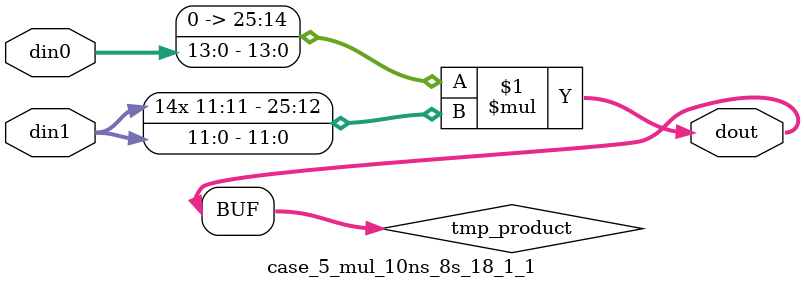
<source format=v>

`timescale 1 ns / 1 ps

 (* use_dsp = "no" *)  module case_5_mul_10ns_8s_18_1_1(din0, din1, dout);
parameter ID = 1;
parameter NUM_STAGE = 0;
parameter din0_WIDTH = 14;
parameter din1_WIDTH = 12;
parameter dout_WIDTH = 26;

input [din0_WIDTH - 1 : 0] din0; 
input [din1_WIDTH - 1 : 0] din1; 
output [dout_WIDTH - 1 : 0] dout;

wire signed [dout_WIDTH - 1 : 0] tmp_product;

























assign tmp_product = $signed({1'b0, din0}) * $signed(din1);










assign dout = tmp_product;





















endmodule

</source>
